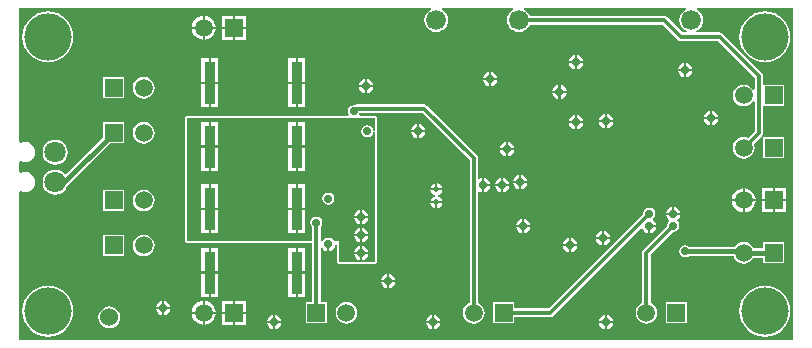
<source format=gbl>
G04 Layer_Physical_Order=2*
G04 Layer_Color=16711680*
%FSLAX24Y24*%
%MOIN*%
G70*
G01*
G75*
%ADD22C,0.0120*%
%ADD23C,0.0150*%
%ADD24C,0.0591*%
%ADD25R,0.0591X0.0591*%
%ADD26C,0.0661*%
%ADD27C,0.0709*%
%ADD28C,0.0197*%
%ADD29C,0.0280*%
%ADD30C,0.1575*%
%ADD31C,0.0600*%
%ADD32R,0.0358X0.1433*%
G36*
X39898Y12352D02*
X14102D01*
Y17271D01*
X14152Y17298D01*
X14212Y17273D01*
X14300Y17262D01*
X14388Y17273D01*
X14469Y17307D01*
X14539Y17361D01*
X14593Y17431D01*
X14627Y17512D01*
X14638Y17600D01*
X14627Y17688D01*
X14593Y17769D01*
X14539Y17839D01*
X14469Y17893D01*
X14388Y17927D01*
X14300Y17938D01*
X14212Y17927D01*
X14152Y17902D01*
X14102Y17929D01*
Y18271D01*
X14152Y18298D01*
X14212Y18273D01*
X14300Y18262D01*
X14388Y18273D01*
X14469Y18307D01*
X14539Y18361D01*
X14593Y18431D01*
X14627Y18512D01*
X14638Y18600D01*
X14627Y18688D01*
X14593Y18769D01*
X14539Y18839D01*
X14469Y18893D01*
X14388Y18927D01*
X14300Y18938D01*
X14212Y18927D01*
X14152Y18902D01*
X14102Y18929D01*
Y23398D01*
X27810D01*
X27820Y23348D01*
X27803Y23341D01*
X27721Y23279D01*
X27659Y23197D01*
X27619Y23102D01*
X27606Y23000D01*
X27619Y22898D01*
X27659Y22803D01*
X27721Y22721D01*
X27803Y22659D01*
X27898Y22619D01*
X28000Y22606D01*
X28102Y22619D01*
X28197Y22659D01*
X28279Y22721D01*
X28341Y22803D01*
X28381Y22898D01*
X28394Y23000D01*
X28381Y23102D01*
X28341Y23197D01*
X28279Y23279D01*
X28197Y23341D01*
X28180Y23348D01*
X28190Y23398D01*
X30560D01*
X30570Y23348D01*
X30553Y23341D01*
X30471Y23279D01*
X30409Y23197D01*
X30369Y23102D01*
X30356Y23000D01*
X30369Y22898D01*
X30409Y22803D01*
X30471Y22721D01*
X30553Y22659D01*
X30648Y22619D01*
X30750Y22606D01*
X30852Y22619D01*
X30947Y22659D01*
X31029Y22721D01*
X31091Y22803D01*
X31114Y22857D01*
X35541D01*
X36049Y22349D01*
X36049Y22349D01*
X36095Y22318D01*
X36150Y22307D01*
X37391D01*
X38607Y21091D01*
Y20716D01*
X38563Y20683D01*
X38557Y20683D01*
X38503Y20753D01*
X38429Y20810D01*
X38343Y20846D01*
X38250Y20858D01*
X38157Y20846D01*
X38071Y20810D01*
X37997Y20753D01*
X37940Y20679D01*
X37904Y20593D01*
X37892Y20500D01*
X37904Y20407D01*
X37940Y20321D01*
X37997Y20247D01*
X38071Y20190D01*
X38157Y20154D01*
X38250Y20142D01*
X38343Y20154D01*
X38429Y20190D01*
X38503Y20247D01*
X38557Y20317D01*
X38563Y20317D01*
X38607Y20284D01*
Y19309D01*
X38379Y19081D01*
X38343Y19096D01*
X38250Y19108D01*
X38157Y19096D01*
X38071Y19060D01*
X37997Y19003D01*
X37940Y18929D01*
X37904Y18843D01*
X37892Y18750D01*
X37904Y18657D01*
X37940Y18571D01*
X37997Y18497D01*
X38071Y18440D01*
X38157Y18404D01*
X38250Y18392D01*
X38343Y18404D01*
X38429Y18440D01*
X38503Y18497D01*
X38560Y18571D01*
X38596Y18657D01*
X38608Y18750D01*
X38596Y18843D01*
X38581Y18879D01*
X38851Y19149D01*
X38851Y19149D01*
X38882Y19195D01*
X38893Y19250D01*
X38893Y19250D01*
Y20096D01*
X38895Y20145D01*
X38943Y20145D01*
X39605D01*
Y20855D01*
X38895Y20855D01*
X38893Y20904D01*
Y21150D01*
X38893Y21150D01*
X38882Y21205D01*
X38851Y21251D01*
X38851Y21251D01*
X37551Y22551D01*
X37505Y22582D01*
X37450Y22593D01*
X37450Y22593D01*
X36668D01*
X36658Y22643D01*
X36697Y22659D01*
X36779Y22721D01*
X36841Y22803D01*
X36881Y22898D01*
X36894Y23000D01*
X36881Y23102D01*
X36841Y23197D01*
X36779Y23279D01*
X36697Y23341D01*
X36680Y23348D01*
X36690Y23398D01*
X39898D01*
Y12352D01*
D02*
G37*
G36*
X36320Y23348D02*
X36303Y23341D01*
X36221Y23279D01*
X36159Y23197D01*
X36119Y23102D01*
X36106Y23000D01*
X36119Y22898D01*
X36159Y22803D01*
X36221Y22721D01*
X36303Y22659D01*
X36342Y22643D01*
X36332Y22593D01*
X36209D01*
X35701Y23101D01*
X35655Y23132D01*
X35600Y23143D01*
X35600Y23143D01*
X31114D01*
X31091Y23197D01*
X31029Y23279D01*
X30947Y23341D01*
X30930Y23348D01*
X30940Y23398D01*
X36310D01*
X36320Y23348D01*
D02*
G37*
%LPC*%
G36*
X33510Y15987D02*
X33456Y15976D01*
X33377Y15923D01*
X33324Y15844D01*
X33313Y15790D01*
X33510D01*
Y15987D01*
D02*
G37*
G36*
X35337Y16110D02*
X35140D01*
Y15913D01*
X35194Y15924D01*
X35273Y15977D01*
X35326Y16056D01*
X35337Y16110D01*
D02*
G37*
G36*
X33590Y15987D02*
Y15790D01*
X33787D01*
X33776Y15844D01*
X33723Y15923D01*
X33644Y15976D01*
X33590Y15987D01*
D02*
G37*
G36*
X35100Y16754D02*
X35022Y16738D01*
X34956Y16694D01*
X34912Y16628D01*
X34896Y16550D01*
X34896Y16548D01*
X31741Y13393D01*
X30605D01*
Y13605D01*
X29895D01*
Y12895D01*
X30605D01*
Y13107D01*
X31800D01*
X31800Y13107D01*
X31855Y13118D01*
X31901Y13149D01*
X34826Y16074D01*
X34868Y16061D01*
X34876Y16053D01*
X34927Y15977D01*
X35006Y15924D01*
X35060Y15913D01*
Y16150D01*
X35100D01*
Y16190D01*
X35337D01*
X35326Y16244D01*
X35273Y16323D01*
X35234Y16349D01*
Y16399D01*
X35244Y16406D01*
X35288Y16472D01*
X35304Y16550D01*
X35288Y16628D01*
X35244Y16694D01*
X35178Y16738D01*
X35100Y16754D01*
D02*
G37*
G36*
X30860Y16387D02*
X30806Y16376D01*
X30727Y16323D01*
X30674Y16244D01*
X30663Y16190D01*
X30860D01*
Y16387D01*
D02*
G37*
G36*
X30940D02*
Y16190D01*
X31137D01*
X31126Y16244D01*
X31073Y16323D01*
X30994Y16376D01*
X30940Y16387D01*
D02*
G37*
G36*
X36137Y16510D02*
X35663D01*
X35674Y16456D01*
X35727Y16377D01*
X35766Y16351D01*
Y16301D01*
X35756Y16294D01*
X35712Y16228D01*
X35696Y16150D01*
X35696Y16148D01*
X34899Y15351D01*
X34868Y15305D01*
X34857Y15250D01*
X34857Y15250D01*
Y13575D01*
X34821Y13560D01*
X34747Y13503D01*
X34690Y13429D01*
X34654Y13343D01*
X34642Y13250D01*
X34654Y13157D01*
X34690Y13071D01*
X34747Y12997D01*
X34821Y12940D01*
X34907Y12904D01*
X35000Y12892D01*
X35093Y12904D01*
X35179Y12940D01*
X35253Y12997D01*
X35310Y13071D01*
X35346Y13157D01*
X35358Y13250D01*
X35346Y13343D01*
X35310Y13429D01*
X35253Y13503D01*
X35179Y13560D01*
X35143Y13575D01*
Y15191D01*
X35898Y15946D01*
X35900Y15946D01*
X35978Y15962D01*
X36044Y16006D01*
X36088Y16072D01*
X36104Y16150D01*
X36088Y16228D01*
X36044Y16294D01*
X36034Y16301D01*
Y16351D01*
X36073Y16377D01*
X36126Y16456D01*
X36137Y16510D01*
D02*
G37*
G36*
X30860Y16110D02*
X30663D01*
X30674Y16056D01*
X30727Y15977D01*
X30806Y15924D01*
X30860Y15913D01*
Y16110D01*
D02*
G37*
G36*
X31137D02*
X30940D01*
Y15913D01*
X30994Y15924D01*
X31073Y15977D01*
X31126Y16056D01*
X31137Y16110D01*
D02*
G37*
G36*
X32410Y15460D02*
X32213D01*
X32224Y15406D01*
X32277Y15327D01*
X32356Y15274D01*
X32410Y15263D01*
Y15460D01*
D02*
G37*
G36*
X32687D02*
X32490D01*
Y15263D01*
X32544Y15274D01*
X32623Y15327D01*
X32676Y15406D01*
X32687Y15460D01*
D02*
G37*
G36*
X17605Y15855D02*
X16895D01*
Y15145D01*
X17605D01*
Y15855D01*
D02*
G37*
G36*
X23629Y15404D02*
X23390D01*
Y14627D01*
X23629D01*
Y15404D01*
D02*
G37*
G36*
X18250Y15858D02*
X18157Y15846D01*
X18071Y15810D01*
X17997Y15753D01*
X17940Y15679D01*
X17904Y15593D01*
X17892Y15500D01*
X17904Y15407D01*
X17940Y15321D01*
X17997Y15247D01*
X18071Y15190D01*
X18157Y15154D01*
X18250Y15142D01*
X18343Y15154D01*
X18429Y15190D01*
X18503Y15247D01*
X18560Y15321D01*
X18596Y15407D01*
X18608Y15500D01*
X18596Y15593D01*
X18560Y15679D01*
X18503Y15753D01*
X18429Y15810D01*
X18343Y15846D01*
X18250Y15858D01*
D02*
G37*
G36*
X32410Y15737D02*
X32356Y15726D01*
X32277Y15673D01*
X32224Y15594D01*
X32213Y15540D01*
X32410D01*
Y15737D01*
D02*
G37*
G36*
X32490D02*
Y15540D01*
X32687D01*
X32676Y15594D01*
X32623Y15673D01*
X32544Y15726D01*
X32490Y15737D01*
D02*
G37*
G36*
X33787Y15710D02*
X33590D01*
Y15513D01*
X33644Y15524D01*
X33723Y15577D01*
X33776Y15656D01*
X33787Y15710D01*
D02*
G37*
G36*
X38250Y15608D02*
X38157Y15596D01*
X38071Y15560D01*
X37997Y15503D01*
X37962Y15458D01*
X36423D01*
X36378Y15488D01*
X36300Y15504D01*
X36222Y15488D01*
X36156Y15444D01*
X36112Y15378D01*
X36096Y15300D01*
X36112Y15222D01*
X36156Y15156D01*
X36222Y15112D01*
X36300Y15096D01*
X36378Y15112D01*
X36423Y15142D01*
X37910D01*
X37940Y15071D01*
X37997Y14997D01*
X38071Y14940D01*
X38157Y14904D01*
X38250Y14892D01*
X38343Y14904D01*
X38429Y14940D01*
X38503Y14997D01*
X38560Y15071D01*
X38569Y15092D01*
X38895D01*
Y14895D01*
X39605D01*
Y15605D01*
X38895D01*
Y15408D01*
X38569D01*
X38560Y15429D01*
X38503Y15503D01*
X38429Y15560D01*
X38343Y15596D01*
X38250Y15608D01*
D02*
G37*
G36*
X33510Y15710D02*
X33313D01*
X33324Y15656D01*
X33377Y15577D01*
X33456Y15524D01*
X33510Y15513D01*
Y15710D01*
D02*
G37*
G36*
X35860Y16787D02*
X35806Y16776D01*
X35727Y16723D01*
X35674Y16644D01*
X35663Y16590D01*
X35860D01*
Y16787D01*
D02*
G37*
G36*
X39645Y17395D02*
X39290D01*
Y17040D01*
X39645D01*
Y17395D01*
D02*
G37*
G36*
X29787Y17460D02*
X29590D01*
Y17263D01*
X29644Y17274D01*
X29723Y17327D01*
X29776Y17406D01*
X29787Y17460D01*
D02*
G37*
G36*
X39210Y17395D02*
X38855D01*
Y17040D01*
X39210D01*
Y17395D01*
D02*
G37*
G36*
X38210Y17393D02*
X38147Y17385D01*
X38051Y17345D01*
X37968Y17282D01*
X37905Y17199D01*
X37865Y17103D01*
X37857Y17040D01*
X38210D01*
Y17393D01*
D02*
G37*
G36*
X38290D02*
Y17040D01*
X38643D01*
X38635Y17103D01*
X38595Y17199D01*
X38532Y17282D01*
X38449Y17345D01*
X38353Y17385D01*
X38290Y17393D01*
D02*
G37*
G36*
X31037Y17560D02*
X30840D01*
Y17363D01*
X30894Y17374D01*
X30973Y17427D01*
X31026Y17506D01*
X31037Y17560D01*
D02*
G37*
G36*
X27960Y17561D02*
X27923Y17553D01*
X27857Y17510D01*
X27813Y17444D01*
X27806Y17407D01*
X27960D01*
Y17561D01*
D02*
G37*
G36*
X30760Y17560D02*
X30563D01*
X30574Y17506D01*
X30627Y17427D01*
X30706Y17374D01*
X30760Y17363D01*
Y17560D01*
D02*
G37*
G36*
X30160Y17460D02*
X29963D01*
X29974Y17406D01*
X30027Y17327D01*
X30106Y17274D01*
X30160Y17263D01*
Y17460D01*
D02*
G37*
G36*
X30437D02*
X30240D01*
Y17263D01*
X30294Y17274D01*
X30373Y17327D01*
X30426Y17406D01*
X30437Y17460D01*
D02*
G37*
G36*
X38210Y16960D02*
X37857D01*
X37865Y16897D01*
X37905Y16801D01*
X37968Y16718D01*
X38051Y16655D01*
X38147Y16615D01*
X38210Y16607D01*
Y16960D01*
D02*
G37*
G36*
X38643D02*
X38290D01*
Y16607D01*
X38353Y16615D01*
X38449Y16655D01*
X38532Y16718D01*
X38595Y16801D01*
X38635Y16897D01*
X38643Y16960D01*
D02*
G37*
G36*
X39645D02*
X39290D01*
Y16605D01*
X39645D01*
Y16960D01*
D02*
G37*
G36*
X35940Y16787D02*
Y16590D01*
X36137D01*
X36126Y16644D01*
X36073Y16723D01*
X35994Y16776D01*
X35940Y16787D01*
D02*
G37*
G36*
X39210Y16960D02*
X38855D01*
Y16605D01*
X39210D01*
Y16960D01*
D02*
G37*
G36*
X28194Y16893D02*
X28040D01*
Y16739D01*
X28077Y16747D01*
X28143Y16790D01*
X28187Y16856D01*
X28194Y16893D01*
D02*
G37*
G36*
Y17327D02*
X27806D01*
X27813Y17289D01*
X27857Y17223D01*
X27923Y17180D01*
X27943Y17175D01*
Y17125D01*
X27923Y17120D01*
X27857Y17077D01*
X27813Y17011D01*
X27806Y16973D01*
X28194D01*
X28187Y17011D01*
X28143Y17077D01*
X28077Y17120D01*
X28057Y17125D01*
Y17175D01*
X28077Y17180D01*
X28143Y17223D01*
X28187Y17289D01*
X28194Y17327D01*
D02*
G37*
G36*
X27960Y16893D02*
X27806D01*
X27813Y16856D01*
X27857Y16790D01*
X27923Y16747D01*
X27960Y16739D01*
Y16893D01*
D02*
G37*
G36*
X18250Y17358D02*
X18157Y17346D01*
X18071Y17310D01*
X17997Y17253D01*
X17940Y17179D01*
X17904Y17093D01*
X17892Y17000D01*
X17904Y16907D01*
X17940Y16821D01*
X17997Y16747D01*
X18071Y16690D01*
X18157Y16654D01*
X18250Y16642D01*
X18343Y16654D01*
X18429Y16690D01*
X18503Y16747D01*
X18560Y16821D01*
X18596Y16907D01*
X18608Y17000D01*
X18596Y17093D01*
X18560Y17179D01*
X18503Y17253D01*
X18429Y17310D01*
X18343Y17346D01*
X18250Y17358D01*
D02*
G37*
G36*
X17605Y17355D02*
X16895D01*
Y16645D01*
X17605D01*
Y17355D01*
D02*
G37*
G36*
X25000Y13608D02*
X24907Y13596D01*
X24821Y13560D01*
X24747Y13503D01*
X24690Y13429D01*
X24654Y13343D01*
X24642Y13250D01*
X24654Y13157D01*
X24690Y13071D01*
X24747Y12997D01*
X24821Y12940D01*
X24907Y12904D01*
X25000Y12892D01*
X25093Y12904D01*
X25179Y12940D01*
X25253Y12997D01*
X25310Y13071D01*
X25346Y13157D01*
X25358Y13250D01*
X25346Y13343D01*
X25310Y13429D01*
X25253Y13503D01*
X25179Y13560D01*
X25093Y13596D01*
X25000Y13608D01*
D02*
G37*
G36*
X36355Y13605D02*
X35645D01*
Y12895D01*
X36355D01*
Y13605D01*
D02*
G37*
G36*
X20643Y13210D02*
X20290D01*
Y12857D01*
X20353Y12865D01*
X20449Y12905D01*
X20532Y12968D01*
X20595Y13051D01*
X20635Y13147D01*
X20643Y13210D01*
D02*
G37*
G36*
X21645D02*
X21290D01*
Y12855D01*
X21645D01*
Y13210D01*
D02*
G37*
G36*
X20210D02*
X19857D01*
X19865Y13147D01*
X19905Y13051D01*
X19968Y12968D01*
X20051Y12905D01*
X20147Y12865D01*
X20210Y12857D01*
Y13210D01*
D02*
G37*
G36*
X27940Y13187D02*
Y12990D01*
X28137D01*
X28126Y13044D01*
X28073Y13123D01*
X27994Y13176D01*
X27940Y13187D01*
D02*
G37*
G36*
X33610D02*
X33556Y13176D01*
X33477Y13123D01*
X33424Y13044D01*
X33413Y12990D01*
X33610D01*
Y13187D01*
D02*
G37*
G36*
X27860D02*
X27806Y13176D01*
X27727Y13123D01*
X27674Y13044D01*
X27663Y12990D01*
X27860D01*
Y13187D01*
D02*
G37*
G36*
X22560D02*
X22506Y13176D01*
X22427Y13123D01*
X22374Y13044D01*
X22363Y12990D01*
X22560D01*
Y13187D01*
D02*
G37*
G36*
X22640D02*
Y12990D01*
X22837D01*
X22826Y13044D01*
X22773Y13123D01*
X22694Y13176D01*
X22640Y13187D01*
D02*
G37*
G36*
X22837Y12910D02*
X22640D01*
Y12713D01*
X22694Y12724D01*
X22773Y12777D01*
X22826Y12856D01*
X22837Y12910D01*
D02*
G37*
G36*
X27860D02*
X27663D01*
X27674Y12856D01*
X27727Y12777D01*
X27806Y12724D01*
X27860Y12713D01*
Y12910D01*
D02*
G37*
G36*
X22560D02*
X22363D01*
X22374Y12856D01*
X22427Y12777D01*
X22506Y12724D01*
X22560Y12713D01*
Y12910D01*
D02*
G37*
G36*
X15050Y14152D02*
X14884Y14135D01*
X14724Y14087D01*
X14577Y14008D01*
X14448Y13902D01*
X14342Y13773D01*
X14263Y13626D01*
X14215Y13466D01*
X14198Y13300D01*
X14215Y13134D01*
X14263Y12974D01*
X14342Y12827D01*
X14448Y12698D01*
X14577Y12592D01*
X14724Y12513D01*
X14884Y12465D01*
X15050Y12449D01*
X15216Y12465D01*
X15376Y12513D01*
X15523Y12592D01*
X15652Y12698D01*
X15758Y12827D01*
X15837Y12974D01*
X15885Y13134D01*
X15901Y13300D01*
X15885Y13466D01*
X15837Y13626D01*
X15758Y13773D01*
X15652Y13902D01*
X15523Y14008D01*
X15376Y14087D01*
X15216Y14135D01*
X15050Y14152D01*
D02*
G37*
G36*
X38950D02*
X38784Y14135D01*
X38624Y14087D01*
X38477Y14008D01*
X38348Y13902D01*
X38242Y13773D01*
X38163Y13626D01*
X38115Y13466D01*
X38098Y13300D01*
X38115Y13134D01*
X38163Y12974D01*
X38242Y12827D01*
X38348Y12698D01*
X38477Y12592D01*
X38624Y12513D01*
X38784Y12465D01*
X38950Y12449D01*
X39116Y12465D01*
X39276Y12513D01*
X39423Y12592D01*
X39552Y12698D01*
X39658Y12827D01*
X39737Y12974D01*
X39785Y13134D01*
X39801Y13300D01*
X39785Y13466D01*
X39737Y13626D01*
X39658Y13773D01*
X39552Y13902D01*
X39423Y14008D01*
X39276Y14087D01*
X39116Y14135D01*
X38950Y14152D01*
D02*
G37*
G36*
X17100Y13463D02*
X17006Y13451D01*
X16918Y13414D01*
X16843Y13357D01*
X16786Y13282D01*
X16749Y13194D01*
X16737Y13100D01*
X16749Y13006D01*
X16786Y12918D01*
X16843Y12843D01*
X16918Y12786D01*
X17006Y12749D01*
X17100Y12737D01*
X17194Y12749D01*
X17282Y12786D01*
X17357Y12843D01*
X17414Y12918D01*
X17451Y13006D01*
X17463Y13100D01*
X17451Y13194D01*
X17414Y13282D01*
X17357Y13357D01*
X17282Y13414D01*
X17194Y13451D01*
X17100Y13463D01*
D02*
G37*
G36*
X21210Y13210D02*
X20855D01*
Y12855D01*
X21210D01*
Y13210D01*
D02*
G37*
G36*
X33887Y12910D02*
X33690D01*
Y12713D01*
X33744Y12724D01*
X33823Y12777D01*
X33876Y12856D01*
X33887Y12910D01*
D02*
G37*
G36*
X28137D02*
X27940D01*
Y12713D01*
X27994Y12724D01*
X28073Y12777D01*
X28126Y12856D01*
X28137Y12910D01*
D02*
G37*
G36*
X33610D02*
X33413D01*
X33424Y12856D01*
X33477Y12777D01*
X33556Y12724D01*
X33610Y12713D01*
Y12910D01*
D02*
G37*
G36*
X26360Y14260D02*
X26163D01*
X26174Y14206D01*
X26227Y14127D01*
X26306Y14074D01*
X26360Y14063D01*
Y14260D01*
D02*
G37*
G36*
X26637D02*
X26440D01*
Y14063D01*
X26494Y14074D01*
X26573Y14127D01*
X26626Y14206D01*
X26637Y14260D01*
D02*
G37*
G36*
X23629Y14547D02*
X23390D01*
Y13770D01*
X23629D01*
Y14547D01*
D02*
G37*
G36*
X20729D02*
X20490D01*
Y13770D01*
X20729D01*
Y14547D01*
D02*
G37*
G36*
X23310D02*
X23071D01*
Y13770D01*
X23310D01*
Y14547D01*
D02*
G37*
G36*
X20729Y15404D02*
X20490D01*
Y14627D01*
X20729D01*
Y15404D01*
D02*
G37*
G36*
X23310D02*
X23071D01*
Y14627D01*
X23310D01*
Y15404D01*
D02*
G37*
G36*
X20410D02*
X20171D01*
Y14627D01*
X20410D01*
Y15404D01*
D02*
G37*
G36*
X26360Y14537D02*
X26306Y14526D01*
X26227Y14473D01*
X26174Y14394D01*
X26163Y14340D01*
X26360D01*
Y14537D01*
D02*
G37*
G36*
X26440D02*
Y14340D01*
X26637D01*
X26626Y14394D01*
X26573Y14473D01*
X26494Y14526D01*
X26440Y14537D01*
D02*
G37*
G36*
X20210Y13643D02*
X20147Y13635D01*
X20051Y13595D01*
X19968Y13532D01*
X19905Y13449D01*
X19865Y13353D01*
X19857Y13290D01*
X20210D01*
Y13643D01*
D02*
G37*
G36*
X20290D02*
Y13290D01*
X20643D01*
X20635Y13353D01*
X20595Y13449D01*
X20532Y13532D01*
X20449Y13595D01*
X20353Y13635D01*
X20290Y13643D01*
D02*
G37*
G36*
X19137Y13360D02*
X18940D01*
Y13163D01*
X18994Y13174D01*
X19073Y13227D01*
X19126Y13306D01*
X19137Y13360D01*
D02*
G37*
G36*
X33690Y13187D02*
Y12990D01*
X33887D01*
X33876Y13044D01*
X33823Y13123D01*
X33744Y13176D01*
X33690Y13187D01*
D02*
G37*
G36*
X18860Y13360D02*
X18663D01*
X18674Y13306D01*
X18727Y13227D01*
X18806Y13174D01*
X18860Y13163D01*
Y13360D01*
D02*
G37*
G36*
X18940Y13637D02*
Y13440D01*
X19137D01*
X19126Y13494D01*
X19073Y13573D01*
X18994Y13626D01*
X18940Y13637D01*
D02*
G37*
G36*
X20410Y14547D02*
X20171D01*
Y13770D01*
X20410D01*
Y14547D01*
D02*
G37*
G36*
X18860Y13637D02*
X18806Y13626D01*
X18727Y13573D01*
X18674Y13494D01*
X18663Y13440D01*
X18860D01*
Y13637D01*
D02*
G37*
G36*
X21210Y13645D02*
X20855D01*
Y13290D01*
X21210D01*
Y13645D01*
D02*
G37*
G36*
X21645D02*
X21290D01*
Y13290D01*
X21645D01*
Y13645D01*
D02*
G37*
G36*
X17605Y21105D02*
X16895D01*
Y20395D01*
X17605D01*
Y21105D01*
D02*
G37*
G36*
X25610Y20760D02*
X25413D01*
X25424Y20706D01*
X25477Y20627D01*
X25556Y20574D01*
X25610Y20563D01*
Y20760D01*
D02*
G37*
G36*
X25887D02*
X25690D01*
Y20563D01*
X25744Y20574D01*
X25823Y20627D01*
X25876Y20706D01*
X25887Y20760D01*
D02*
G37*
G36*
X32064Y20560D02*
X31868D01*
X31878Y20506D01*
X31931Y20427D01*
X32011Y20374D01*
X32064Y20363D01*
Y20560D01*
D02*
G37*
G36*
X32341D02*
X32144D01*
Y20363D01*
X32198Y20374D01*
X32277Y20427D01*
X32330Y20506D01*
X32341Y20560D01*
D02*
G37*
G36*
X18250Y21108D02*
X18157Y21096D01*
X18071Y21060D01*
X17997Y21003D01*
X17940Y20929D01*
X17904Y20843D01*
X17892Y20750D01*
X17904Y20657D01*
X17940Y20571D01*
X17997Y20497D01*
X18071Y20440D01*
X18157Y20404D01*
X18250Y20392D01*
X18343Y20404D01*
X18429Y20440D01*
X18503Y20497D01*
X18560Y20571D01*
X18596Y20657D01*
X18608Y20750D01*
X18596Y20843D01*
X18560Y20929D01*
X18503Y21003D01*
X18429Y21060D01*
X18343Y21096D01*
X18250Y21108D01*
D02*
G37*
G36*
X30037Y21010D02*
X29840D01*
Y20813D01*
X29894Y20824D01*
X29973Y20877D01*
X30026Y20956D01*
X30037Y21010D01*
D02*
G37*
G36*
X25610Y21037D02*
X25556Y21026D01*
X25477Y20973D01*
X25424Y20894D01*
X25413Y20840D01*
X25610D01*
Y21037D01*
D02*
G37*
G36*
X25690D02*
Y20840D01*
X25887D01*
X25876Y20894D01*
X25823Y20973D01*
X25744Y21026D01*
X25690Y21037D01*
D02*
G37*
G36*
X32064Y20837D02*
X32011Y20826D01*
X31931Y20773D01*
X31878Y20694D01*
X31868Y20640D01*
X32064D01*
Y20837D01*
D02*
G37*
G36*
X32144D02*
Y20640D01*
X32341D01*
X32330Y20694D01*
X32277Y20773D01*
X32198Y20826D01*
X32144Y20837D01*
D02*
G37*
G36*
X29760Y21010D02*
X29563D01*
X29574Y20956D01*
X29627Y20877D01*
X29706Y20824D01*
X29760Y20813D01*
Y21010D01*
D02*
G37*
G36*
X33610Y19887D02*
X33556Y19876D01*
X33477Y19823D01*
X33424Y19744D01*
X33413Y19690D01*
X33610D01*
Y19887D01*
D02*
G37*
G36*
X33690D02*
Y19690D01*
X33887D01*
X33876Y19744D01*
X33823Y19823D01*
X33744Y19876D01*
X33690Y19887D01*
D02*
G37*
G36*
X37110Y19987D02*
X37056Y19976D01*
X36977Y19923D01*
X36924Y19844D01*
X36913Y19790D01*
X37110D01*
Y19987D01*
D02*
G37*
G36*
X37387Y19710D02*
X37190D01*
Y19513D01*
X37244Y19524D01*
X37323Y19577D01*
X37376Y19656D01*
X37387Y19710D01*
D02*
G37*
G36*
X32610Y19837D02*
X32556Y19826D01*
X32477Y19773D01*
X32424Y19694D01*
X32413Y19640D01*
X32610D01*
Y19837D01*
D02*
G37*
G36*
X32690D02*
Y19640D01*
X32887D01*
X32876Y19694D01*
X32823Y19773D01*
X32744Y19826D01*
X32690Y19837D01*
D02*
G37*
G36*
X23310Y20873D02*
X23071D01*
Y20096D01*
X23310D01*
Y20873D01*
D02*
G37*
G36*
X23629D02*
X23390D01*
Y20096D01*
X23629D01*
Y20873D01*
D02*
G37*
G36*
X27600Y20193D02*
X27600Y20193D01*
X25337D01*
X25337Y20193D01*
X25283Y20182D01*
X25258Y20165D01*
X25250Y20167D01*
X25172Y20151D01*
X25106Y20107D01*
X25062Y20041D01*
X25046Y19963D01*
X25062Y19885D01*
X25075Y19865D01*
X25048Y19815D01*
X19700D01*
X19654Y19796D01*
X19635Y19750D01*
Y15650D01*
X19654Y15604D01*
X19700Y15585D01*
X23857D01*
Y13605D01*
X23645D01*
Y12895D01*
X24355D01*
Y13605D01*
X24143D01*
Y15413D01*
X24193Y15428D01*
X24227Y15377D01*
X24306Y15324D01*
X24360Y15313D01*
Y15550D01*
X24440D01*
Y15313D01*
X24494Y15324D01*
X24573Y15377D01*
X24626Y15456D01*
X24635Y15502D01*
X24685Y15497D01*
Y14950D01*
X24704Y14904D01*
X24750Y14885D01*
X25950D01*
X25996Y14904D01*
X26015Y14950D01*
Y19275D01*
X26007Y19296D01*
X26005Y19300D01*
X26007Y19304D01*
X26015Y19325D01*
Y19750D01*
X25996Y19796D01*
X25950Y19815D01*
X25452D01*
X25426Y19864D01*
X25427Y19868D01*
X25438Y19885D01*
X25440Y19895D01*
X25447Y19907D01*
X27541D01*
X29107Y18341D01*
Y13575D01*
X29071Y13560D01*
X28997Y13503D01*
X28940Y13429D01*
X28904Y13343D01*
X28892Y13250D01*
X28904Y13157D01*
X28940Y13071D01*
X28997Y12997D01*
X29071Y12940D01*
X29157Y12904D01*
X29250Y12892D01*
X29343Y12904D01*
X29429Y12940D01*
X29503Y12997D01*
X29560Y13071D01*
X29596Y13157D01*
X29608Y13250D01*
X29596Y13343D01*
X29560Y13429D01*
X29503Y13503D01*
X29429Y13560D01*
X29393Y13575D01*
Y17263D01*
X29437Y17287D01*
X29456Y17274D01*
X29510Y17263D01*
Y17500D01*
Y17737D01*
X29456Y17726D01*
X29437Y17713D01*
X29393Y17737D01*
Y18400D01*
X29382Y18455D01*
X29351Y18501D01*
X29351Y18501D01*
X27701Y20151D01*
X27655Y20182D01*
X27600Y20193D01*
D02*
G37*
G36*
X37190Y19987D02*
Y19790D01*
X37387D01*
X37376Y19844D01*
X37323Y19923D01*
X37244Y19976D01*
X37190Y19987D01*
D02*
G37*
G36*
X20410Y20873D02*
X20171D01*
Y20096D01*
X20410D01*
Y20873D01*
D02*
G37*
G36*
X20729D02*
X20490D01*
Y20096D01*
X20729D01*
Y20873D01*
D02*
G37*
G36*
X32690Y21837D02*
Y21640D01*
X32887D01*
X32876Y21694D01*
X32823Y21773D01*
X32744Y21826D01*
X32690Y21837D01*
D02*
G37*
G36*
X21210Y22710D02*
X20855D01*
Y22355D01*
X21210D01*
Y22710D01*
D02*
G37*
G36*
X21645D02*
X21290D01*
Y22355D01*
X21645D01*
Y22710D01*
D02*
G37*
G36*
X15050Y23301D02*
X14884Y23285D01*
X14724Y23237D01*
X14577Y23158D01*
X14448Y23052D01*
X14342Y22923D01*
X14263Y22776D01*
X14215Y22616D01*
X14198Y22450D01*
X14215Y22284D01*
X14263Y22124D01*
X14342Y21977D01*
X14448Y21848D01*
X14577Y21742D01*
X14724Y21663D01*
X14884Y21615D01*
X15050Y21598D01*
X15216Y21615D01*
X15376Y21663D01*
X15523Y21742D01*
X15652Y21848D01*
X15758Y21977D01*
X15837Y22124D01*
X15885Y22284D01*
X15901Y22450D01*
X15885Y22616D01*
X15837Y22776D01*
X15758Y22923D01*
X15652Y23052D01*
X15523Y23158D01*
X15376Y23237D01*
X15216Y23285D01*
X15050Y23301D01*
D02*
G37*
G36*
X38950D02*
X38784Y23285D01*
X38624Y23237D01*
X38477Y23158D01*
X38348Y23052D01*
X38242Y22923D01*
X38163Y22776D01*
X38115Y22616D01*
X38098Y22450D01*
X38115Y22284D01*
X38163Y22124D01*
X38242Y21977D01*
X38348Y21848D01*
X38477Y21742D01*
X38624Y21663D01*
X38784Y21615D01*
X38950Y21598D01*
X39116Y21615D01*
X39276Y21663D01*
X39423Y21742D01*
X39552Y21848D01*
X39658Y21977D01*
X39737Y22124D01*
X39785Y22284D01*
X39801Y22450D01*
X39785Y22616D01*
X39737Y22776D01*
X39658Y22923D01*
X39552Y23052D01*
X39423Y23158D01*
X39276Y23237D01*
X39116Y23285D01*
X38950Y23301D01*
D02*
G37*
G36*
X32610Y21837D02*
X32556Y21826D01*
X32477Y21773D01*
X32424Y21694D01*
X32413Y21640D01*
X32610D01*
Y21837D01*
D02*
G37*
G36*
X20290Y23143D02*
Y22790D01*
X20643D01*
X20635Y22853D01*
X20595Y22949D01*
X20532Y23032D01*
X20449Y23095D01*
X20353Y23135D01*
X20290Y23143D01*
D02*
G37*
G36*
X21210Y23145D02*
X20855D01*
Y22790D01*
X21210D01*
Y23145D01*
D02*
G37*
G36*
X21645D02*
X21290D01*
Y22790D01*
X21645D01*
Y23145D01*
D02*
G37*
G36*
X20210Y22710D02*
X19857D01*
X19865Y22647D01*
X19905Y22551D01*
X19968Y22468D01*
X20051Y22405D01*
X20147Y22365D01*
X20210Y22357D01*
Y22710D01*
D02*
G37*
G36*
X20643D02*
X20290D01*
Y22357D01*
X20353Y22365D01*
X20449Y22405D01*
X20532Y22468D01*
X20595Y22551D01*
X20635Y22647D01*
X20643Y22710D01*
D02*
G37*
G36*
X20210Y23143D02*
X20147Y23135D01*
X20051Y23095D01*
X19968Y23032D01*
X19905Y22949D01*
X19865Y22853D01*
X19857Y22790D01*
X20210D01*
Y23143D01*
D02*
G37*
G36*
X23629Y21730D02*
X23390D01*
Y20953D01*
X23629D01*
Y21730D01*
D02*
G37*
G36*
X29760Y21287D02*
X29706Y21276D01*
X29627Y21223D01*
X29574Y21144D01*
X29563Y21090D01*
X29760D01*
Y21287D01*
D02*
G37*
G36*
X29840D02*
Y21090D01*
X30037D01*
X30026Y21144D01*
X29973Y21223D01*
X29894Y21276D01*
X29840Y21287D01*
D02*
G37*
G36*
X20410Y21730D02*
X20171D01*
Y20953D01*
X20410D01*
Y21730D01*
D02*
G37*
G36*
X20729D02*
X20490D01*
Y20953D01*
X20729D01*
Y21730D01*
D02*
G37*
G36*
X23310D02*
X23071D01*
Y20953D01*
X23310D01*
Y21730D01*
D02*
G37*
G36*
X32887Y21560D02*
X32690D01*
Y21363D01*
X32744Y21374D01*
X32823Y21427D01*
X32876Y21506D01*
X32887Y21560D01*
D02*
G37*
G36*
X36260Y21587D02*
X36206Y21576D01*
X36127Y21523D01*
X36074Y21444D01*
X36063Y21390D01*
X36260D01*
Y21587D01*
D02*
G37*
G36*
X36340D02*
Y21390D01*
X36537D01*
X36526Y21444D01*
X36473Y21523D01*
X36394Y21576D01*
X36340Y21587D01*
D02*
G37*
G36*
X36260Y21310D02*
X36063D01*
X36074Y21256D01*
X36127Y21177D01*
X36206Y21124D01*
X36260Y21113D01*
Y21310D01*
D02*
G37*
G36*
X36537D02*
X36340D01*
Y21113D01*
X36394Y21124D01*
X36473Y21177D01*
X36526Y21256D01*
X36537Y21310D01*
D02*
G37*
G36*
X32610Y21560D02*
X32413D01*
X32424Y21506D01*
X32477Y21427D01*
X32556Y21374D01*
X32610Y21363D01*
Y21560D01*
D02*
G37*
G36*
X37110Y19710D02*
X36913D01*
X36924Y19656D01*
X36977Y19577D01*
X37056Y19524D01*
X37110Y19513D01*
Y19710D01*
D02*
G37*
G36*
X27637Y19260D02*
X27440D01*
Y19063D01*
X27494Y19074D01*
X27573Y19127D01*
X27626Y19206D01*
X27637Y19260D01*
D02*
G37*
G36*
X27360D02*
X27163D01*
X27174Y19206D01*
X27227Y19127D01*
X27306Y19074D01*
X27360Y19063D01*
Y19260D01*
D02*
G37*
G36*
X18250Y19608D02*
X18157Y19596D01*
X18071Y19560D01*
X17997Y19503D01*
X17940Y19429D01*
X17904Y19343D01*
X17892Y19250D01*
X17904Y19157D01*
X17940Y19071D01*
X17997Y18997D01*
X18071Y18940D01*
X18157Y18904D01*
X18250Y18892D01*
X18343Y18904D01*
X18429Y18940D01*
X18503Y18997D01*
X18560Y19071D01*
X18596Y19157D01*
X18608Y19250D01*
X18596Y19343D01*
X18560Y19429D01*
X18503Y19503D01*
X18429Y19560D01*
X18343Y19596D01*
X18250Y19608D01*
D02*
G37*
G36*
X32610Y19560D02*
X32413D01*
X32424Y19506D01*
X32477Y19427D01*
X32556Y19374D01*
X32610Y19363D01*
Y19560D01*
D02*
G37*
G36*
X27440Y19537D02*
Y19340D01*
X27637D01*
X27626Y19394D01*
X27573Y19473D01*
X27494Y19526D01*
X27440Y19537D01*
D02*
G37*
G36*
X27360D02*
X27306Y19526D01*
X27227Y19473D01*
X27174Y19394D01*
X27163Y19340D01*
X27360D01*
Y19537D01*
D02*
G37*
G36*
X30587Y18660D02*
X30390D01*
Y18463D01*
X30444Y18474D01*
X30523Y18527D01*
X30576Y18606D01*
X30587Y18660D01*
D02*
G37*
G36*
X30390Y18937D02*
Y18740D01*
X30587D01*
X30576Y18794D01*
X30523Y18873D01*
X30444Y18926D01*
X30390Y18937D01*
D02*
G37*
G36*
X30310D02*
X30256Y18926D01*
X30177Y18873D01*
X30124Y18794D01*
X30113Y18740D01*
X30310D01*
Y18937D01*
D02*
G37*
G36*
X15300Y19018D02*
X15192Y19004D01*
X15091Y18962D01*
X15005Y18895D01*
X14938Y18809D01*
X14896Y18708D01*
X14882Y18600D01*
X14896Y18492D01*
X14938Y18391D01*
X15005Y18305D01*
X15091Y18238D01*
X15192Y18196D01*
X15300Y18182D01*
X15408Y18196D01*
X15509Y18238D01*
X15596Y18305D01*
X15662Y18391D01*
X15704Y18492D01*
X15718Y18600D01*
X15704Y18708D01*
X15662Y18809D01*
X15596Y18895D01*
X15509Y18962D01*
X15408Y19004D01*
X15300Y19018D01*
D02*
G37*
G36*
X39605Y19105D02*
X38895D01*
Y18395D01*
X39605D01*
Y19105D01*
D02*
G37*
G36*
X30310Y18660D02*
X30113D01*
X30124Y18606D01*
X30177Y18527D01*
X30256Y18474D01*
X30310Y18463D01*
Y18660D01*
D02*
G37*
G36*
X33610Y19610D02*
X33413D01*
X33424Y19556D01*
X33477Y19477D01*
X33556Y19424D01*
X33610Y19413D01*
Y19610D01*
D02*
G37*
G36*
X30240Y17737D02*
Y17540D01*
X30437D01*
X30426Y17594D01*
X30373Y17673D01*
X30294Y17726D01*
X30240Y17737D01*
D02*
G37*
G36*
X30760Y17837D02*
X30706Y17826D01*
X30627Y17773D01*
X30574Y17694D01*
X30563Y17640D01*
X30760D01*
Y17837D01*
D02*
G37*
G36*
X32887Y19560D02*
X32690D01*
Y19363D01*
X32744Y19374D01*
X32823Y19427D01*
X32876Y19506D01*
X32887Y19560D01*
D02*
G37*
G36*
X28040Y17561D02*
Y17407D01*
X28194D01*
X28187Y17444D01*
X28143Y17510D01*
X28077Y17553D01*
X28040Y17561D01*
D02*
G37*
G36*
X33887Y19610D02*
X33690D01*
Y19413D01*
X33744Y19424D01*
X33823Y19477D01*
X33876Y19556D01*
X33887Y19610D01*
D02*
G37*
G36*
X30160Y17737D02*
X30106Y17726D01*
X30027Y17673D01*
X29974Y17594D01*
X29963Y17540D01*
X30160D01*
Y17737D01*
D02*
G37*
G36*
X29590D02*
Y17540D01*
X29787D01*
X29776Y17594D01*
X29723Y17673D01*
X29644Y17726D01*
X29590Y17737D01*
D02*
G37*
G36*
X17605Y19605D02*
X16895D01*
Y19118D01*
X15656Y17879D01*
X15606Y17882D01*
X15596Y17895D01*
X15509Y17962D01*
X15408Y18004D01*
X15300Y18018D01*
X15192Y18004D01*
X15091Y17962D01*
X15005Y17895D01*
X14938Y17809D01*
X14896Y17708D01*
X14882Y17600D01*
X14896Y17492D01*
X14938Y17391D01*
X15005Y17305D01*
X15091Y17238D01*
X15192Y17196D01*
X15300Y17182D01*
X15408Y17196D01*
X15509Y17238D01*
X15596Y17305D01*
X15662Y17391D01*
X15699Y17479D01*
X15712Y17488D01*
X17118Y18895D01*
X17605D01*
Y19605D01*
D02*
G37*
G36*
X30840Y17837D02*
Y17640D01*
X31037D01*
X31026Y17694D01*
X30973Y17773D01*
X30894Y17826D01*
X30840Y17837D01*
D02*
G37*
%LPD*%
G36*
X25950Y19325D02*
X25900Y19320D01*
X25898Y19328D01*
X25888Y19378D01*
X25844Y19444D01*
X25778Y19488D01*
X25700Y19504D01*
X25622Y19488D01*
X25556Y19444D01*
X25512Y19378D01*
X25496Y19300D01*
X25512Y19222D01*
X25556Y19156D01*
X25622Y19112D01*
X25700Y19096D01*
X25778Y19112D01*
X25844Y19156D01*
X25888Y19222D01*
X25898Y19272D01*
X25900Y19280D01*
X25950Y19275D01*
Y14950D01*
X24750D01*
Y15650D01*
X24574D01*
X24544Y15694D01*
X24478Y15738D01*
X24400Y15754D01*
X24322Y15738D01*
X24256Y15694D01*
X24226Y15650D01*
X24143D01*
Y16105D01*
X24144Y16106D01*
X24188Y16172D01*
X24204Y16250D01*
X24188Y16328D01*
X24144Y16394D01*
X24078Y16438D01*
X24000Y16454D01*
X23922Y16438D01*
X23856Y16394D01*
X23812Y16328D01*
X23796Y16250D01*
X23812Y16172D01*
X23856Y16106D01*
X23857Y16105D01*
Y15650D01*
X19700D01*
Y19750D01*
X25950D01*
Y19325D01*
D02*
G37*
%LPC*%
G36*
X20729Y18747D02*
X20490D01*
Y17970D01*
X20729D01*
Y18747D01*
D02*
G37*
G36*
X24400Y17254D02*
X24322Y17238D01*
X24256Y17194D01*
X24212Y17128D01*
X24196Y17050D01*
X24212Y16972D01*
X24256Y16906D01*
X24322Y16862D01*
X24400Y16846D01*
X24478Y16862D01*
X24544Y16906D01*
X24588Y16972D01*
X24604Y17050D01*
X24588Y17128D01*
X24544Y17194D01*
X24478Y17238D01*
X24400Y17254D01*
D02*
G37*
G36*
X23310Y18747D02*
X23071D01*
Y17970D01*
X23310D01*
Y18747D01*
D02*
G37*
G36*
X23629D02*
X23390D01*
Y17970D01*
X23629D01*
Y18747D01*
D02*
G37*
G36*
X20410D02*
X20171D01*
Y17970D01*
X20410D01*
Y18747D01*
D02*
G37*
G36*
X23310Y17530D02*
X23071D01*
Y16753D01*
X23310D01*
Y17530D01*
D02*
G37*
G36*
X23629D02*
X23390D01*
Y16753D01*
X23629D01*
Y17530D01*
D02*
G37*
G36*
X20410D02*
X20171D01*
Y16753D01*
X20410D01*
Y17530D01*
D02*
G37*
G36*
X20729D02*
X20490D01*
Y16753D01*
X20729D01*
Y17530D01*
D02*
G37*
G36*
X25737Y15210D02*
X25540D01*
Y15013D01*
X25594Y15024D01*
X25673Y15077D01*
X25726Y15156D01*
X25737Y15210D01*
D02*
G37*
G36*
X25540Y16087D02*
Y15890D01*
X25737D01*
X25726Y15944D01*
X25673Y16023D01*
X25594Y16076D01*
X25540Y16087D01*
D02*
G37*
G36*
X25460Y15210D02*
X25263D01*
X25274Y15156D01*
X25327Y15077D01*
X25406Y15024D01*
X25460Y15013D01*
Y15210D01*
D02*
G37*
G36*
X20729Y16673D02*
X20490D01*
Y15896D01*
X20729D01*
Y16673D01*
D02*
G37*
G36*
X20410D02*
X20171D01*
Y15896D01*
X20410D01*
Y16673D01*
D02*
G37*
G36*
X25737Y15810D02*
X25540D01*
Y15613D01*
X25594Y15624D01*
X25673Y15677D01*
X25726Y15756D01*
X25737Y15810D01*
D02*
G37*
G36*
X25460D02*
X25263D01*
X25274Y15756D01*
X25327Y15677D01*
X25406Y15624D01*
X25460Y15613D01*
Y15810D01*
D02*
G37*
G36*
X25540Y15487D02*
Y15290D01*
X25737D01*
X25726Y15344D01*
X25673Y15423D01*
X25594Y15476D01*
X25540Y15487D01*
D02*
G37*
G36*
X25460Y16087D02*
X25406Y16076D01*
X25327Y16023D01*
X25274Y15944D01*
X25263Y15890D01*
X25460D01*
Y16087D01*
D02*
G37*
G36*
Y15487D02*
X25406Y15476D01*
X25327Y15423D01*
X25274Y15344D01*
X25263Y15290D01*
X25460D01*
Y15487D01*
D02*
G37*
G36*
X23629Y19604D02*
X23390D01*
Y18827D01*
X23629D01*
Y19604D01*
D02*
G37*
G36*
X25540Y16687D02*
Y16490D01*
X25737D01*
X25726Y16544D01*
X25673Y16623D01*
X25594Y16676D01*
X25540Y16687D01*
D02*
G37*
G36*
X23310Y19604D02*
X23071D01*
Y18827D01*
X23310D01*
Y19604D01*
D02*
G37*
G36*
X20410D02*
X20171D01*
Y18827D01*
X20410D01*
Y19604D01*
D02*
G37*
G36*
X20729D02*
X20490D01*
Y18827D01*
X20729D01*
Y19604D01*
D02*
G37*
G36*
X23629Y16673D02*
X23390D01*
Y15896D01*
X23629D01*
Y16673D01*
D02*
G37*
G36*
X23310D02*
X23071D01*
Y15896D01*
X23310D01*
Y16673D01*
D02*
G37*
G36*
X25460Y16410D02*
X25263D01*
X25274Y16356D01*
X25327Y16277D01*
X25406Y16224D01*
X25460Y16213D01*
Y16410D01*
D02*
G37*
G36*
Y16687D02*
X25406Y16676D01*
X25327Y16623D01*
X25274Y16544D01*
X25263Y16490D01*
X25460D01*
Y16687D01*
D02*
G37*
G36*
X25737Y16410D02*
X25540D01*
Y16213D01*
X25594Y16224D01*
X25673Y16277D01*
X25726Y16356D01*
X25737Y16410D01*
D02*
G37*
%LPD*%
D22*
X24000Y13250D02*
Y16250D01*
X29250Y13250D02*
Y18400D01*
X27600Y20050D02*
X29250Y18400D01*
X25337Y20050D02*
X27600D01*
X25250Y19963D02*
X25337Y20050D01*
X35000Y13250D02*
Y15250D01*
X35900Y16150D01*
X31800Y13250D02*
X35100Y16550D01*
X30250Y13250D02*
X31800D01*
X30750Y23000D02*
X35600D01*
X36150Y22450D01*
X37450D01*
X38750Y21150D01*
Y19250D02*
Y21150D01*
X38250Y18750D02*
X38750Y19250D01*
D23*
X36300Y15300D02*
X38200D01*
X38250Y15250D01*
X39250D01*
X15300Y17600D02*
X15600D01*
X17250Y19250D01*
D24*
X18250Y17000D02*
D03*
Y19250D02*
D03*
X25000Y13250D02*
D03*
X20250Y22750D02*
D03*
X38250Y17000D02*
D03*
X20250Y13250D02*
D03*
X38250Y15250D02*
D03*
X18250Y15500D02*
D03*
X38250Y18750D02*
D03*
Y20500D02*
D03*
X29250Y13250D02*
D03*
X35000D02*
D03*
X18250Y20750D02*
D03*
D25*
X17250Y17000D02*
D03*
Y19250D02*
D03*
X24000Y13250D02*
D03*
X21250Y22750D02*
D03*
X39250Y17000D02*
D03*
X21250Y13250D02*
D03*
X39250Y15250D02*
D03*
X17250Y15500D02*
D03*
X39250Y18750D02*
D03*
Y20500D02*
D03*
X30250Y13250D02*
D03*
X36000D02*
D03*
X17250Y20750D02*
D03*
D26*
X28000Y23000D02*
D03*
X36500D02*
D03*
X30750D02*
D03*
D27*
X15300Y17600D02*
D03*
Y18600D02*
D03*
D28*
X28000Y17367D02*
D03*
Y16933D02*
D03*
D29*
X29550Y17500D02*
D03*
X30200D02*
D03*
X32450Y15500D02*
D03*
X33550Y15750D02*
D03*
X26400Y14300D02*
D03*
X25700Y19300D02*
D03*
X25650Y20800D02*
D03*
X25250Y19963D02*
D03*
X24400Y17050D02*
D03*
Y15550D02*
D03*
X24000Y16250D02*
D03*
X27400Y19300D02*
D03*
X29800Y21050D02*
D03*
X33650Y19650D02*
D03*
X36300Y21350D02*
D03*
X32650Y19600D02*
D03*
X32104Y20600D02*
D03*
X32650Y21600D02*
D03*
X30900Y16150D02*
D03*
X25500Y16450D02*
D03*
Y15250D02*
D03*
Y15850D02*
D03*
X30800Y17600D02*
D03*
X35900Y16550D02*
D03*
X35100D02*
D03*
X35900Y16150D02*
D03*
X35100D02*
D03*
X22600Y12950D02*
D03*
X37150Y19750D02*
D03*
X18900Y13400D02*
D03*
X36300Y15300D02*
D03*
X30350Y18700D02*
D03*
X27900Y12950D02*
D03*
X33650D02*
D03*
D30*
X15050Y13300D02*
D03*
X38950Y22450D02*
D03*
X15050D02*
D03*
X38950Y13300D02*
D03*
D31*
X17100Y13100D02*
D03*
D32*
X23350Y14587D02*
D03*
Y16713D02*
D03*
X20450Y14587D02*
D03*
Y16713D02*
D03*
X23350Y20913D02*
D03*
Y18787D02*
D03*
X20450Y20913D02*
D03*
Y18787D02*
D03*
M02*

</source>
